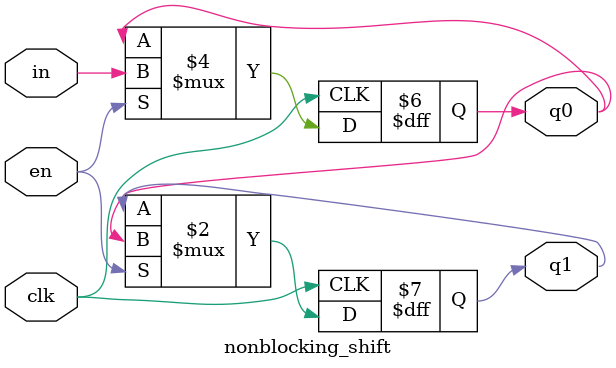
<source format=sv>
module nonblocking_shift (
    input  wire clk,
    input  wire en,
    input  wire in,
    output reg  q0,
    output reg  q1
);
    always @(posedge clk) begin
        if (en) begin
            q1 <= q0; 
            q0 <= in; 
        end
    end
endmodule
</source>
